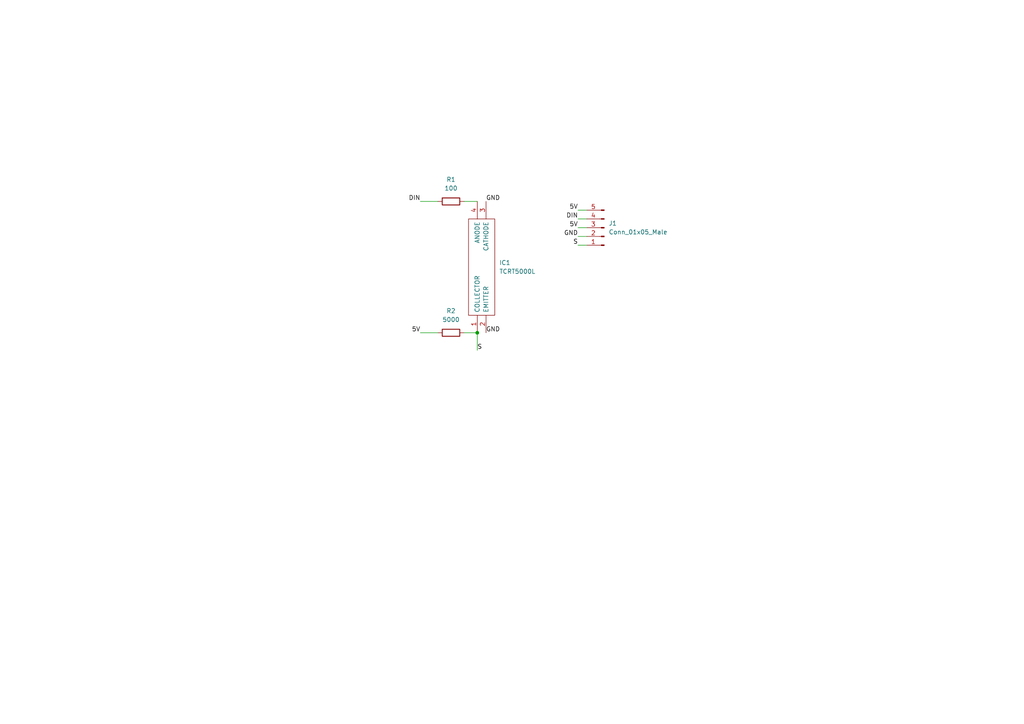
<source format=kicad_sch>
(kicad_sch (version 20211123) (generator eeschema)
  (paper "A4")
  (lib_symbols
    (symbol "Connector:Conn_01x05_Male" (pin_names (offset 1.016) hide)
      (property "Reference" "J" (at 0 7.62 0))
      (property "Value" "Conn_01x05_Male" (at 0 -7.62 0))
      (symbol "Conn_01x05_Male_1_1"
        (polyline (pts (xy 1.27 -5.08) (xy 0.8636 -5.08)) (stroke (width 0.1524)))
        (polyline (pts (xy 1.27 -2.54) (xy 0.8636 -2.54)) (stroke (width 0.1524)))
        (polyline (pts (xy 1.27 0) (xy 0.8636 0)) (stroke (width 0.1524)))
        (polyline (pts (xy 1.27 2.54) (xy 0.8636 2.54)) (stroke (width 0.1524)))
        (polyline (pts (xy 1.27 5.08) (xy 0.8636 5.08)) (stroke (width 0.1524)))
        (rectangle (start 0.8636 -4.953) (end 0 -5.207) (stroke (width 0.1524)) (fill (type outline)))
        (rectangle (start 0.8636 -2.413) (end 0 -2.667) (stroke (width 0.1524)) (fill (type outline)))
        (rectangle (start 0.8636 0.127) (end 0 -0.127) (stroke (width 0.1524)) (fill (type outline)))
        (rectangle (start 0.8636 2.667) (end 0 2.413) (stroke (width 0.1524)) (fill (type outline)))
        (rectangle (start 0.8636 5.207) (end 0 4.953) (stroke (width 0.1524)) (fill (type outline)))
        (pin passive line (at 5.08 5.08 180) (length 3.81) (name "Pin_1") (number "1"))
        (pin passive line (at 5.08 2.54 180) (length 3.81) (name "Pin_2") (number "2"))
        (pin passive line (at 5.08 0 180) (length 3.81) (name "Pin_3") (number "3"))
        (pin passive line (at 5.08 -2.54 180) (length 3.81) (name "Pin_4") (number "4"))
        (pin passive line (at 5.08 -5.08 180) (length 3.81) (name "Pin_5") (number "5"))
      )
    )
    (symbol "Device:R" (pin_numbers hide) (pin_names (offset 0))
      (property "Reference" "R" (at 2.032 0 90))
      (property "Value" "R" (at 0 0 90))
      (symbol "R_0_1"
        (rectangle (start -1.016 -2.54) (end 1.016 2.54) (stroke (width 0.254)))
      )
      (symbol "R_1_1"
        (pin passive line (at 0 3.81 270) (length 1.27) (name "~") (number "1"))
        (pin passive line (at 0 -3.81 90) (length 1.27) (name "~") (number "2"))
      )
    )
    (symbol "TCRT5000L:TCRT5000L" (pin_names (offset 0.762))
      (property "Reference" "IC" (at 34.29 7.62 0))
      (property "Value" "TCRT5000L" (at 34.29 5.08 0))
      (symbol "TCRT5000L_0_0"
        (pin passive line (at 0 0 0) (length 5.08) (name "COLLECTOR") (number "1"))
        (pin passive line (at 0 -2.54 0) (length 5.08) (name "EMITTER") (number "2"))
        (pin passive line (at 38.1 -2.54 180) (length 5.08) (name "CATHODE") (number "3"))
        (pin passive line (at 38.1 0 180) (length 5.08) (name "ANODE") (number "4"))
      )
      (symbol "TCRT5000L_0_1"
        (polyline (pts (xy 5.08 2.54) (xy 33.02 2.54) (xy 33.02 -5.08) (xy 5.08 -5.08) (xy 5.08 2.54)) (stroke (width 0.1524)))
      )
    )
  )
  (junction (at 138.43 96.52))
  (wire (pts (xy 121.92 58.42) (xy 127 58.42)))
  (wire (pts (xy 167.64 66.04) (xy 170.18 66.04)))
  (wire (pts (xy 134.62 96.52) (xy 138.43 96.52)))
  (wire (pts (xy 167.64 60.96) (xy 170.18 60.96)))
  (wire (pts (xy 167.64 71.12) (xy 170.18 71.12)))
  (wire (pts (xy 134.62 58.42) (xy 138.43 58.42)))
  (wire (pts (xy 167.64 63.5) (xy 170.18 63.5)))
  (wire (pts (xy 138.43 96.52) (xy 138.43 101.6)))
  (wire (pts (xy 167.64 68.58) (xy 170.18 68.58)))
  (wire (pts (xy 121.92 96.52) (xy 127 96.52)))
  (label "S" (at 138.43 101.6 0))
  (label "GND" (at 140.97 58.42 0))
  (label "DIN" (at 121.92 58.42 180))
  (label "GND" (at 167.64 68.58 180))
  (label "5V" (at 167.64 60.96 180))
  (label "5V" (at 167.64 66.04 180))
  (label "S" (at 167.64 71.12 180))
  (label "GND" (at 140.97 96.52 0))
  (label "5V" (at 121.92 96.52 180))
  (label "DIN" (at 167.64 63.5 180))
  (symbol (lib_id "Connector:Conn_01x05_Male") (at 175.26 66.04 180) (unit 1)
    (property "Reference" "J1" (at 176.53 64.7699 0) (effects (justify right)))
    (property "Value" "Conn_01x05_Male" (at 176.53 67.3099 0) (effects (justify right)))
    (property "Footprint" "Connector_PinHeader_2.54mm:PinHeader_1x05_P2.54mm_Vertical" (effects hide))
  )
  (symbol (lib_id "Device:R") (at 130.81 96.52 90) (unit 1)
    (property "Reference" "R2" (at 130.81 90.17 90))
    (property "Value" "5000" (at 130.81 92.71 90))
    (property "Footprint" "Resistor_SMD:R_0805_2012Metric" (effects hide))
  )
  (symbol (lib_id "TCRT5000L:TCRT5000L") (at 138.43 96.52 90) (unit 1)
    (property "Reference" "IC1" (at 144.78 76.1999 90) (effects (justify right)))
    (property "Value" "TCRT5000L" (at 144.78 78.7399 90) (effects (justify right)))
    (property "Footprint" "TCRT5000L" (effects hide))
    (property "Datasheet" "https://datasheet.datasheetarchive.com/originals/distributors/Datasheets-310/86882.pdf" (effects hide))
    (property "Description" "Photointerrupter Reflective Phototransi Vishay TCRT5000L PCB Through Hole Reflective Optical Sensor, Transistor Output 2, Leaded Package" (effects hide))
    (property "Manufacturer_Name" "Vishay" (effects hide))
    (property "Manufacturer_Part_Number" "TCRT5000L" (effects hide))
    (property "Mouser Part Number" "782-TCRT5000L" (effects hide))
    (property "Mouser Price/Stock" "https://www.mouser.co.uk/ProductDetail/Vishay-Semiconductors/TCRT5000L?qs=%2Fjqivxn91cdBAizhsWilRQ%3D%3D" (effects hide))
    (property "Arrow Part Number" "TCRT5000L" (effects hide))
    (property "Arrow Price/Stock" "https://www.arrow.com/en/products/tcrt5000l/vishay?region=nac" (effects hide))
  )
  (symbol (lib_id "Device:R") (at 130.81 58.42 90) (unit 1)
    (property "Reference" "R1" (at 130.81 52.07 90))
    (property "Value" "100" (at 130.81 54.61 90))
    (property "Footprint" "Resistor_SMD:R_0805_2012Metric" (effects hide))
  )
)
</source>
